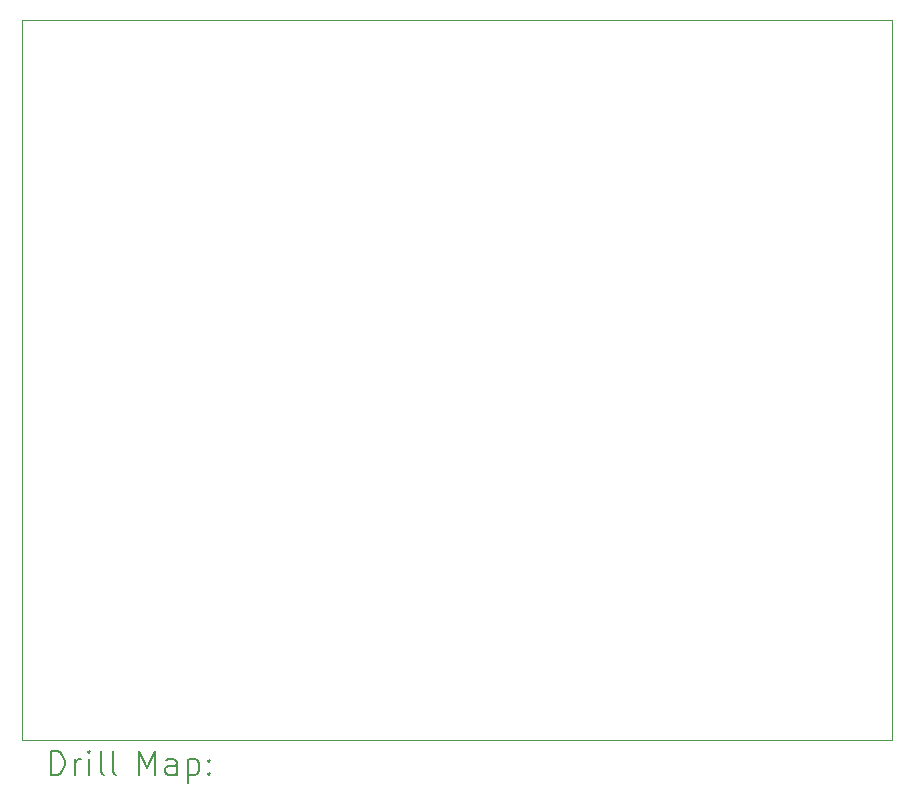
<source format=gbr>
%TF.GenerationSoftware,KiCad,Pcbnew,(7.0.0)*%
%TF.CreationDate,2023-03-24T11:34:05+01:00*%
%TF.ProjectId,PCH-1000JIG,5043482d-3130-4303-904a-49472e6b6963,rev?*%
%TF.SameCoordinates,Original*%
%TF.FileFunction,Drillmap*%
%TF.FilePolarity,Positive*%
%FSLAX45Y45*%
G04 Gerber Fmt 4.5, Leading zero omitted, Abs format (unit mm)*
G04 Created by KiCad (PCBNEW (7.0.0)) date 2023-03-24 11:34:05*
%MOMM*%
%LPD*%
G01*
G04 APERTURE LIST*
%ADD10C,0.100000*%
%ADD11C,0.200000*%
G04 APERTURE END LIST*
D10*
X2032000Y-1352000D02*
X9398000Y-1352000D01*
X9398000Y-1352000D02*
X9398000Y-7448000D01*
X9398000Y-7448000D02*
X2032000Y-7448000D01*
X2032000Y-7448000D02*
X2032000Y-1352000D01*
D11*
X2274619Y-7746476D02*
X2274619Y-7546476D01*
X2274619Y-7546476D02*
X2322238Y-7546476D01*
X2322238Y-7546476D02*
X2350810Y-7556000D01*
X2350810Y-7556000D02*
X2369857Y-7575048D01*
X2369857Y-7575048D02*
X2379381Y-7594095D01*
X2379381Y-7594095D02*
X2388905Y-7632190D01*
X2388905Y-7632190D02*
X2388905Y-7660762D01*
X2388905Y-7660762D02*
X2379381Y-7698857D01*
X2379381Y-7698857D02*
X2369857Y-7717905D01*
X2369857Y-7717905D02*
X2350810Y-7736952D01*
X2350810Y-7736952D02*
X2322238Y-7746476D01*
X2322238Y-7746476D02*
X2274619Y-7746476D01*
X2474619Y-7746476D02*
X2474619Y-7613143D01*
X2474619Y-7651238D02*
X2484143Y-7632190D01*
X2484143Y-7632190D02*
X2493667Y-7622667D01*
X2493667Y-7622667D02*
X2512714Y-7613143D01*
X2512714Y-7613143D02*
X2531762Y-7613143D01*
X2598429Y-7746476D02*
X2598429Y-7613143D01*
X2598429Y-7546476D02*
X2588905Y-7556000D01*
X2588905Y-7556000D02*
X2598429Y-7565524D01*
X2598429Y-7565524D02*
X2607952Y-7556000D01*
X2607952Y-7556000D02*
X2598429Y-7546476D01*
X2598429Y-7546476D02*
X2598429Y-7565524D01*
X2722238Y-7746476D02*
X2703190Y-7736952D01*
X2703190Y-7736952D02*
X2693667Y-7717905D01*
X2693667Y-7717905D02*
X2693667Y-7546476D01*
X2827000Y-7746476D02*
X2807952Y-7736952D01*
X2807952Y-7736952D02*
X2798428Y-7717905D01*
X2798428Y-7717905D02*
X2798428Y-7546476D01*
X3023190Y-7746476D02*
X3023190Y-7546476D01*
X3023190Y-7546476D02*
X3089857Y-7689333D01*
X3089857Y-7689333D02*
X3156524Y-7546476D01*
X3156524Y-7546476D02*
X3156524Y-7746476D01*
X3337476Y-7746476D02*
X3337476Y-7641714D01*
X3337476Y-7641714D02*
X3327952Y-7622667D01*
X3327952Y-7622667D02*
X3308905Y-7613143D01*
X3308905Y-7613143D02*
X3270809Y-7613143D01*
X3270809Y-7613143D02*
X3251762Y-7622667D01*
X3337476Y-7736952D02*
X3318428Y-7746476D01*
X3318428Y-7746476D02*
X3270809Y-7746476D01*
X3270809Y-7746476D02*
X3251762Y-7736952D01*
X3251762Y-7736952D02*
X3242238Y-7717905D01*
X3242238Y-7717905D02*
X3242238Y-7698857D01*
X3242238Y-7698857D02*
X3251762Y-7679809D01*
X3251762Y-7679809D02*
X3270809Y-7670286D01*
X3270809Y-7670286D02*
X3318428Y-7670286D01*
X3318428Y-7670286D02*
X3337476Y-7660762D01*
X3432714Y-7613143D02*
X3432714Y-7813143D01*
X3432714Y-7622667D02*
X3451762Y-7613143D01*
X3451762Y-7613143D02*
X3489857Y-7613143D01*
X3489857Y-7613143D02*
X3508905Y-7622667D01*
X3508905Y-7622667D02*
X3518428Y-7632190D01*
X3518428Y-7632190D02*
X3527952Y-7651238D01*
X3527952Y-7651238D02*
X3527952Y-7708381D01*
X3527952Y-7708381D02*
X3518428Y-7727428D01*
X3518428Y-7727428D02*
X3508905Y-7736952D01*
X3508905Y-7736952D02*
X3489857Y-7746476D01*
X3489857Y-7746476D02*
X3451762Y-7746476D01*
X3451762Y-7746476D02*
X3432714Y-7736952D01*
X3613667Y-7727428D02*
X3623190Y-7736952D01*
X3623190Y-7736952D02*
X3613667Y-7746476D01*
X3613667Y-7746476D02*
X3604143Y-7736952D01*
X3604143Y-7736952D02*
X3613667Y-7727428D01*
X3613667Y-7727428D02*
X3613667Y-7746476D01*
X3613667Y-7622667D02*
X3623190Y-7632190D01*
X3623190Y-7632190D02*
X3613667Y-7641714D01*
X3613667Y-7641714D02*
X3604143Y-7632190D01*
X3604143Y-7632190D02*
X3613667Y-7622667D01*
X3613667Y-7622667D02*
X3613667Y-7641714D01*
M02*

</source>
